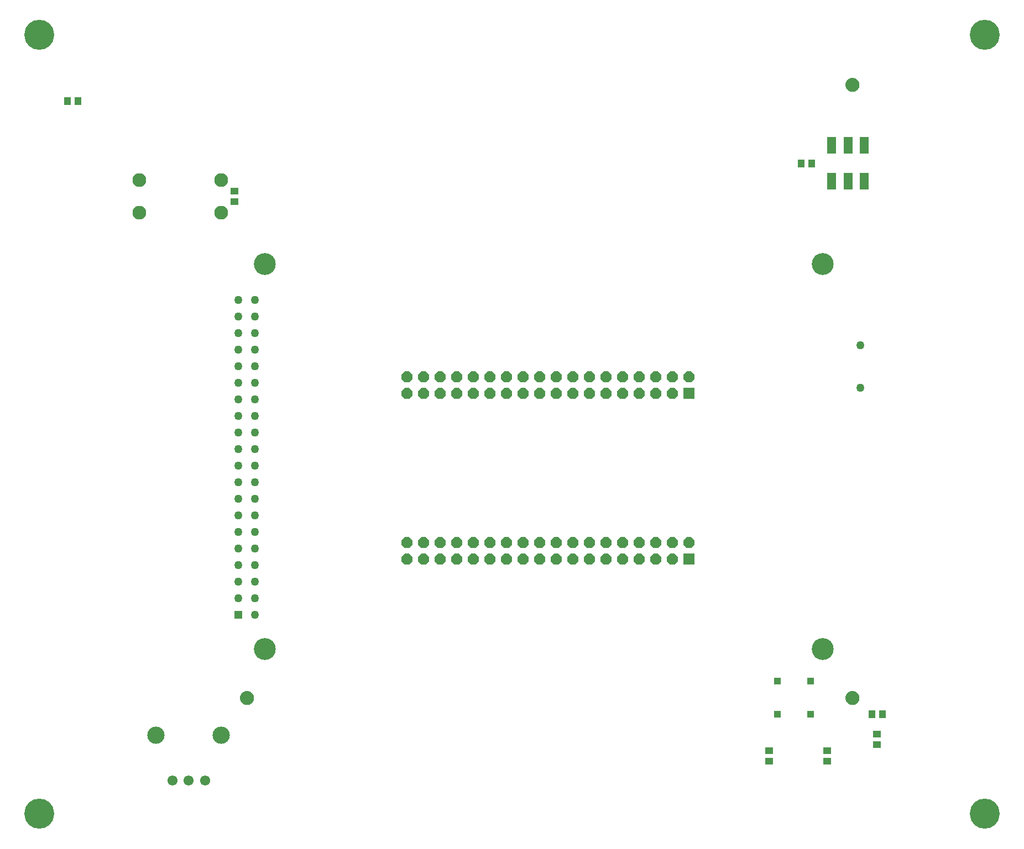
<source format=gbr>
G04 EAGLE Gerber RS-274X export*
G75*
%MOMM*%
%FSLAX34Y34*%
%LPD*%
%INSoldermask Top*%
%IPPOS*%
%AMOC8*
5,1,8,0,0,1.08239X$1,22.5*%
G01*
%ADD10C,1.272400*%
%ADD11C,1.552400*%
%ADD12C,2.652400*%
%ADD13C,2.112400*%
%ADD14C,4.597400*%
%ADD15C,0.609600*%
%ADD16C,1.168400*%
%ADD17R,1.102359X1.183641*%
%ADD18R,1.352400X2.652400*%
%ADD19R,1.676400X1.676400*%
%ADD20P,1.814519X8X202.500000*%
%ADD21R,1.272400X1.272400*%
%ADD22C,3.352400*%
%ADD23R,1.183641X1.102359*%
%ADD24R,1.057200X1.057200*%


D10*
X1295400Y756400D03*
X1295400Y691400D03*
D11*
X241700Y88900D03*
X266700Y88900D03*
X291700Y88900D03*
D12*
X216700Y158900D03*
X316700Y158900D03*
D13*
X316500Y1009250D03*
X316500Y959250D03*
X191500Y959250D03*
X191500Y1009250D03*
D14*
X38100Y1231900D03*
X1485900Y1231900D03*
X1485900Y38100D03*
X38100Y38100D03*
D15*
X1275080Y1155700D02*
X1275082Y1155887D01*
X1275089Y1156074D01*
X1275101Y1156261D01*
X1275117Y1156447D01*
X1275137Y1156633D01*
X1275162Y1156818D01*
X1275192Y1157003D01*
X1275226Y1157187D01*
X1275265Y1157370D01*
X1275308Y1157552D01*
X1275356Y1157732D01*
X1275408Y1157912D01*
X1275465Y1158090D01*
X1275525Y1158267D01*
X1275591Y1158442D01*
X1275660Y1158616D01*
X1275734Y1158788D01*
X1275812Y1158958D01*
X1275894Y1159126D01*
X1275980Y1159292D01*
X1276070Y1159456D01*
X1276164Y1159617D01*
X1276262Y1159777D01*
X1276364Y1159933D01*
X1276470Y1160088D01*
X1276580Y1160239D01*
X1276693Y1160388D01*
X1276810Y1160534D01*
X1276930Y1160677D01*
X1277054Y1160817D01*
X1277181Y1160954D01*
X1277312Y1161088D01*
X1277446Y1161219D01*
X1277583Y1161346D01*
X1277723Y1161470D01*
X1277866Y1161590D01*
X1278012Y1161707D01*
X1278161Y1161820D01*
X1278312Y1161930D01*
X1278467Y1162036D01*
X1278623Y1162138D01*
X1278783Y1162236D01*
X1278944Y1162330D01*
X1279108Y1162420D01*
X1279274Y1162506D01*
X1279442Y1162588D01*
X1279612Y1162666D01*
X1279784Y1162740D01*
X1279958Y1162809D01*
X1280133Y1162875D01*
X1280310Y1162935D01*
X1280488Y1162992D01*
X1280668Y1163044D01*
X1280848Y1163092D01*
X1281030Y1163135D01*
X1281213Y1163174D01*
X1281397Y1163208D01*
X1281582Y1163238D01*
X1281767Y1163263D01*
X1281953Y1163283D01*
X1282139Y1163299D01*
X1282326Y1163311D01*
X1282513Y1163318D01*
X1282700Y1163320D01*
X1282887Y1163318D01*
X1283074Y1163311D01*
X1283261Y1163299D01*
X1283447Y1163283D01*
X1283633Y1163263D01*
X1283818Y1163238D01*
X1284003Y1163208D01*
X1284187Y1163174D01*
X1284370Y1163135D01*
X1284552Y1163092D01*
X1284732Y1163044D01*
X1284912Y1162992D01*
X1285090Y1162935D01*
X1285267Y1162875D01*
X1285442Y1162809D01*
X1285616Y1162740D01*
X1285788Y1162666D01*
X1285958Y1162588D01*
X1286126Y1162506D01*
X1286292Y1162420D01*
X1286456Y1162330D01*
X1286617Y1162236D01*
X1286777Y1162138D01*
X1286933Y1162036D01*
X1287088Y1161930D01*
X1287239Y1161820D01*
X1287388Y1161707D01*
X1287534Y1161590D01*
X1287677Y1161470D01*
X1287817Y1161346D01*
X1287954Y1161219D01*
X1288088Y1161088D01*
X1288219Y1160954D01*
X1288346Y1160817D01*
X1288470Y1160677D01*
X1288590Y1160534D01*
X1288707Y1160388D01*
X1288820Y1160239D01*
X1288930Y1160088D01*
X1289036Y1159933D01*
X1289138Y1159777D01*
X1289236Y1159617D01*
X1289330Y1159456D01*
X1289420Y1159292D01*
X1289506Y1159126D01*
X1289588Y1158958D01*
X1289666Y1158788D01*
X1289740Y1158616D01*
X1289809Y1158442D01*
X1289875Y1158267D01*
X1289935Y1158090D01*
X1289992Y1157912D01*
X1290044Y1157732D01*
X1290092Y1157552D01*
X1290135Y1157370D01*
X1290174Y1157187D01*
X1290208Y1157003D01*
X1290238Y1156818D01*
X1290263Y1156633D01*
X1290283Y1156447D01*
X1290299Y1156261D01*
X1290311Y1156074D01*
X1290318Y1155887D01*
X1290320Y1155700D01*
X1290318Y1155513D01*
X1290311Y1155326D01*
X1290299Y1155139D01*
X1290283Y1154953D01*
X1290263Y1154767D01*
X1290238Y1154582D01*
X1290208Y1154397D01*
X1290174Y1154213D01*
X1290135Y1154030D01*
X1290092Y1153848D01*
X1290044Y1153668D01*
X1289992Y1153488D01*
X1289935Y1153310D01*
X1289875Y1153133D01*
X1289809Y1152958D01*
X1289740Y1152784D01*
X1289666Y1152612D01*
X1289588Y1152442D01*
X1289506Y1152274D01*
X1289420Y1152108D01*
X1289330Y1151944D01*
X1289236Y1151783D01*
X1289138Y1151623D01*
X1289036Y1151467D01*
X1288930Y1151312D01*
X1288820Y1151161D01*
X1288707Y1151012D01*
X1288590Y1150866D01*
X1288470Y1150723D01*
X1288346Y1150583D01*
X1288219Y1150446D01*
X1288088Y1150312D01*
X1287954Y1150181D01*
X1287817Y1150054D01*
X1287677Y1149930D01*
X1287534Y1149810D01*
X1287388Y1149693D01*
X1287239Y1149580D01*
X1287088Y1149470D01*
X1286933Y1149364D01*
X1286777Y1149262D01*
X1286617Y1149164D01*
X1286456Y1149070D01*
X1286292Y1148980D01*
X1286126Y1148894D01*
X1285958Y1148812D01*
X1285788Y1148734D01*
X1285616Y1148660D01*
X1285442Y1148591D01*
X1285267Y1148525D01*
X1285090Y1148465D01*
X1284912Y1148408D01*
X1284732Y1148356D01*
X1284552Y1148308D01*
X1284370Y1148265D01*
X1284187Y1148226D01*
X1284003Y1148192D01*
X1283818Y1148162D01*
X1283633Y1148137D01*
X1283447Y1148117D01*
X1283261Y1148101D01*
X1283074Y1148089D01*
X1282887Y1148082D01*
X1282700Y1148080D01*
X1282513Y1148082D01*
X1282326Y1148089D01*
X1282139Y1148101D01*
X1281953Y1148117D01*
X1281767Y1148137D01*
X1281582Y1148162D01*
X1281397Y1148192D01*
X1281213Y1148226D01*
X1281030Y1148265D01*
X1280848Y1148308D01*
X1280668Y1148356D01*
X1280488Y1148408D01*
X1280310Y1148465D01*
X1280133Y1148525D01*
X1279958Y1148591D01*
X1279784Y1148660D01*
X1279612Y1148734D01*
X1279442Y1148812D01*
X1279274Y1148894D01*
X1279108Y1148980D01*
X1278944Y1149070D01*
X1278783Y1149164D01*
X1278623Y1149262D01*
X1278467Y1149364D01*
X1278312Y1149470D01*
X1278161Y1149580D01*
X1278012Y1149693D01*
X1277866Y1149810D01*
X1277723Y1149930D01*
X1277583Y1150054D01*
X1277446Y1150181D01*
X1277312Y1150312D01*
X1277181Y1150446D01*
X1277054Y1150583D01*
X1276930Y1150723D01*
X1276810Y1150866D01*
X1276693Y1151012D01*
X1276580Y1151161D01*
X1276470Y1151312D01*
X1276364Y1151467D01*
X1276262Y1151623D01*
X1276164Y1151783D01*
X1276070Y1151944D01*
X1275980Y1152108D01*
X1275894Y1152274D01*
X1275812Y1152442D01*
X1275734Y1152612D01*
X1275660Y1152784D01*
X1275591Y1152958D01*
X1275525Y1153133D01*
X1275465Y1153310D01*
X1275408Y1153488D01*
X1275356Y1153668D01*
X1275308Y1153848D01*
X1275265Y1154030D01*
X1275226Y1154213D01*
X1275192Y1154397D01*
X1275162Y1154582D01*
X1275137Y1154767D01*
X1275117Y1154953D01*
X1275101Y1155139D01*
X1275089Y1155326D01*
X1275082Y1155513D01*
X1275080Y1155700D01*
D16*
X1282700Y1155700D03*
D15*
X1275080Y215900D02*
X1275082Y216087D01*
X1275089Y216274D01*
X1275101Y216461D01*
X1275117Y216647D01*
X1275137Y216833D01*
X1275162Y217018D01*
X1275192Y217203D01*
X1275226Y217387D01*
X1275265Y217570D01*
X1275308Y217752D01*
X1275356Y217932D01*
X1275408Y218112D01*
X1275465Y218290D01*
X1275525Y218467D01*
X1275591Y218642D01*
X1275660Y218816D01*
X1275734Y218988D01*
X1275812Y219158D01*
X1275894Y219326D01*
X1275980Y219492D01*
X1276070Y219656D01*
X1276164Y219817D01*
X1276262Y219977D01*
X1276364Y220133D01*
X1276470Y220288D01*
X1276580Y220439D01*
X1276693Y220588D01*
X1276810Y220734D01*
X1276930Y220877D01*
X1277054Y221017D01*
X1277181Y221154D01*
X1277312Y221288D01*
X1277446Y221419D01*
X1277583Y221546D01*
X1277723Y221670D01*
X1277866Y221790D01*
X1278012Y221907D01*
X1278161Y222020D01*
X1278312Y222130D01*
X1278467Y222236D01*
X1278623Y222338D01*
X1278783Y222436D01*
X1278944Y222530D01*
X1279108Y222620D01*
X1279274Y222706D01*
X1279442Y222788D01*
X1279612Y222866D01*
X1279784Y222940D01*
X1279958Y223009D01*
X1280133Y223075D01*
X1280310Y223135D01*
X1280488Y223192D01*
X1280668Y223244D01*
X1280848Y223292D01*
X1281030Y223335D01*
X1281213Y223374D01*
X1281397Y223408D01*
X1281582Y223438D01*
X1281767Y223463D01*
X1281953Y223483D01*
X1282139Y223499D01*
X1282326Y223511D01*
X1282513Y223518D01*
X1282700Y223520D01*
X1282887Y223518D01*
X1283074Y223511D01*
X1283261Y223499D01*
X1283447Y223483D01*
X1283633Y223463D01*
X1283818Y223438D01*
X1284003Y223408D01*
X1284187Y223374D01*
X1284370Y223335D01*
X1284552Y223292D01*
X1284732Y223244D01*
X1284912Y223192D01*
X1285090Y223135D01*
X1285267Y223075D01*
X1285442Y223009D01*
X1285616Y222940D01*
X1285788Y222866D01*
X1285958Y222788D01*
X1286126Y222706D01*
X1286292Y222620D01*
X1286456Y222530D01*
X1286617Y222436D01*
X1286777Y222338D01*
X1286933Y222236D01*
X1287088Y222130D01*
X1287239Y222020D01*
X1287388Y221907D01*
X1287534Y221790D01*
X1287677Y221670D01*
X1287817Y221546D01*
X1287954Y221419D01*
X1288088Y221288D01*
X1288219Y221154D01*
X1288346Y221017D01*
X1288470Y220877D01*
X1288590Y220734D01*
X1288707Y220588D01*
X1288820Y220439D01*
X1288930Y220288D01*
X1289036Y220133D01*
X1289138Y219977D01*
X1289236Y219817D01*
X1289330Y219656D01*
X1289420Y219492D01*
X1289506Y219326D01*
X1289588Y219158D01*
X1289666Y218988D01*
X1289740Y218816D01*
X1289809Y218642D01*
X1289875Y218467D01*
X1289935Y218290D01*
X1289992Y218112D01*
X1290044Y217932D01*
X1290092Y217752D01*
X1290135Y217570D01*
X1290174Y217387D01*
X1290208Y217203D01*
X1290238Y217018D01*
X1290263Y216833D01*
X1290283Y216647D01*
X1290299Y216461D01*
X1290311Y216274D01*
X1290318Y216087D01*
X1290320Y215900D01*
X1290318Y215713D01*
X1290311Y215526D01*
X1290299Y215339D01*
X1290283Y215153D01*
X1290263Y214967D01*
X1290238Y214782D01*
X1290208Y214597D01*
X1290174Y214413D01*
X1290135Y214230D01*
X1290092Y214048D01*
X1290044Y213868D01*
X1289992Y213688D01*
X1289935Y213510D01*
X1289875Y213333D01*
X1289809Y213158D01*
X1289740Y212984D01*
X1289666Y212812D01*
X1289588Y212642D01*
X1289506Y212474D01*
X1289420Y212308D01*
X1289330Y212144D01*
X1289236Y211983D01*
X1289138Y211823D01*
X1289036Y211667D01*
X1288930Y211512D01*
X1288820Y211361D01*
X1288707Y211212D01*
X1288590Y211066D01*
X1288470Y210923D01*
X1288346Y210783D01*
X1288219Y210646D01*
X1288088Y210512D01*
X1287954Y210381D01*
X1287817Y210254D01*
X1287677Y210130D01*
X1287534Y210010D01*
X1287388Y209893D01*
X1287239Y209780D01*
X1287088Y209670D01*
X1286933Y209564D01*
X1286777Y209462D01*
X1286617Y209364D01*
X1286456Y209270D01*
X1286292Y209180D01*
X1286126Y209094D01*
X1285958Y209012D01*
X1285788Y208934D01*
X1285616Y208860D01*
X1285442Y208791D01*
X1285267Y208725D01*
X1285090Y208665D01*
X1284912Y208608D01*
X1284732Y208556D01*
X1284552Y208508D01*
X1284370Y208465D01*
X1284187Y208426D01*
X1284003Y208392D01*
X1283818Y208362D01*
X1283633Y208337D01*
X1283447Y208317D01*
X1283261Y208301D01*
X1283074Y208289D01*
X1282887Y208282D01*
X1282700Y208280D01*
X1282513Y208282D01*
X1282326Y208289D01*
X1282139Y208301D01*
X1281953Y208317D01*
X1281767Y208337D01*
X1281582Y208362D01*
X1281397Y208392D01*
X1281213Y208426D01*
X1281030Y208465D01*
X1280848Y208508D01*
X1280668Y208556D01*
X1280488Y208608D01*
X1280310Y208665D01*
X1280133Y208725D01*
X1279958Y208791D01*
X1279784Y208860D01*
X1279612Y208934D01*
X1279442Y209012D01*
X1279274Y209094D01*
X1279108Y209180D01*
X1278944Y209270D01*
X1278783Y209364D01*
X1278623Y209462D01*
X1278467Y209564D01*
X1278312Y209670D01*
X1278161Y209780D01*
X1278012Y209893D01*
X1277866Y210010D01*
X1277723Y210130D01*
X1277583Y210254D01*
X1277446Y210381D01*
X1277312Y210512D01*
X1277181Y210646D01*
X1277054Y210783D01*
X1276930Y210923D01*
X1276810Y211066D01*
X1276693Y211212D01*
X1276580Y211361D01*
X1276470Y211512D01*
X1276364Y211667D01*
X1276262Y211823D01*
X1276164Y211983D01*
X1276070Y212144D01*
X1275980Y212308D01*
X1275894Y212474D01*
X1275812Y212642D01*
X1275734Y212812D01*
X1275660Y212984D01*
X1275591Y213158D01*
X1275525Y213333D01*
X1275465Y213510D01*
X1275408Y213688D01*
X1275356Y213868D01*
X1275308Y214048D01*
X1275265Y214230D01*
X1275226Y214413D01*
X1275192Y214597D01*
X1275162Y214782D01*
X1275137Y214967D01*
X1275117Y215153D01*
X1275101Y215339D01*
X1275089Y215526D01*
X1275082Y215713D01*
X1275080Y215900D01*
D16*
X1282700Y215900D03*
D15*
X347980Y215900D02*
X347982Y216087D01*
X347989Y216274D01*
X348001Y216461D01*
X348017Y216647D01*
X348037Y216833D01*
X348062Y217018D01*
X348092Y217203D01*
X348126Y217387D01*
X348165Y217570D01*
X348208Y217752D01*
X348256Y217932D01*
X348308Y218112D01*
X348365Y218290D01*
X348425Y218467D01*
X348491Y218642D01*
X348560Y218816D01*
X348634Y218988D01*
X348712Y219158D01*
X348794Y219326D01*
X348880Y219492D01*
X348970Y219656D01*
X349064Y219817D01*
X349162Y219977D01*
X349264Y220133D01*
X349370Y220288D01*
X349480Y220439D01*
X349593Y220588D01*
X349710Y220734D01*
X349830Y220877D01*
X349954Y221017D01*
X350081Y221154D01*
X350212Y221288D01*
X350346Y221419D01*
X350483Y221546D01*
X350623Y221670D01*
X350766Y221790D01*
X350912Y221907D01*
X351061Y222020D01*
X351212Y222130D01*
X351367Y222236D01*
X351523Y222338D01*
X351683Y222436D01*
X351844Y222530D01*
X352008Y222620D01*
X352174Y222706D01*
X352342Y222788D01*
X352512Y222866D01*
X352684Y222940D01*
X352858Y223009D01*
X353033Y223075D01*
X353210Y223135D01*
X353388Y223192D01*
X353568Y223244D01*
X353748Y223292D01*
X353930Y223335D01*
X354113Y223374D01*
X354297Y223408D01*
X354482Y223438D01*
X354667Y223463D01*
X354853Y223483D01*
X355039Y223499D01*
X355226Y223511D01*
X355413Y223518D01*
X355600Y223520D01*
X355787Y223518D01*
X355974Y223511D01*
X356161Y223499D01*
X356347Y223483D01*
X356533Y223463D01*
X356718Y223438D01*
X356903Y223408D01*
X357087Y223374D01*
X357270Y223335D01*
X357452Y223292D01*
X357632Y223244D01*
X357812Y223192D01*
X357990Y223135D01*
X358167Y223075D01*
X358342Y223009D01*
X358516Y222940D01*
X358688Y222866D01*
X358858Y222788D01*
X359026Y222706D01*
X359192Y222620D01*
X359356Y222530D01*
X359517Y222436D01*
X359677Y222338D01*
X359833Y222236D01*
X359988Y222130D01*
X360139Y222020D01*
X360288Y221907D01*
X360434Y221790D01*
X360577Y221670D01*
X360717Y221546D01*
X360854Y221419D01*
X360988Y221288D01*
X361119Y221154D01*
X361246Y221017D01*
X361370Y220877D01*
X361490Y220734D01*
X361607Y220588D01*
X361720Y220439D01*
X361830Y220288D01*
X361936Y220133D01*
X362038Y219977D01*
X362136Y219817D01*
X362230Y219656D01*
X362320Y219492D01*
X362406Y219326D01*
X362488Y219158D01*
X362566Y218988D01*
X362640Y218816D01*
X362709Y218642D01*
X362775Y218467D01*
X362835Y218290D01*
X362892Y218112D01*
X362944Y217932D01*
X362992Y217752D01*
X363035Y217570D01*
X363074Y217387D01*
X363108Y217203D01*
X363138Y217018D01*
X363163Y216833D01*
X363183Y216647D01*
X363199Y216461D01*
X363211Y216274D01*
X363218Y216087D01*
X363220Y215900D01*
X363218Y215713D01*
X363211Y215526D01*
X363199Y215339D01*
X363183Y215153D01*
X363163Y214967D01*
X363138Y214782D01*
X363108Y214597D01*
X363074Y214413D01*
X363035Y214230D01*
X362992Y214048D01*
X362944Y213868D01*
X362892Y213688D01*
X362835Y213510D01*
X362775Y213333D01*
X362709Y213158D01*
X362640Y212984D01*
X362566Y212812D01*
X362488Y212642D01*
X362406Y212474D01*
X362320Y212308D01*
X362230Y212144D01*
X362136Y211983D01*
X362038Y211823D01*
X361936Y211667D01*
X361830Y211512D01*
X361720Y211361D01*
X361607Y211212D01*
X361490Y211066D01*
X361370Y210923D01*
X361246Y210783D01*
X361119Y210646D01*
X360988Y210512D01*
X360854Y210381D01*
X360717Y210254D01*
X360577Y210130D01*
X360434Y210010D01*
X360288Y209893D01*
X360139Y209780D01*
X359988Y209670D01*
X359833Y209564D01*
X359677Y209462D01*
X359517Y209364D01*
X359356Y209270D01*
X359192Y209180D01*
X359026Y209094D01*
X358858Y209012D01*
X358688Y208934D01*
X358516Y208860D01*
X358342Y208791D01*
X358167Y208725D01*
X357990Y208665D01*
X357812Y208608D01*
X357632Y208556D01*
X357452Y208508D01*
X357270Y208465D01*
X357087Y208426D01*
X356903Y208392D01*
X356718Y208362D01*
X356533Y208337D01*
X356347Y208317D01*
X356161Y208301D01*
X355974Y208289D01*
X355787Y208282D01*
X355600Y208280D01*
X355413Y208282D01*
X355226Y208289D01*
X355039Y208301D01*
X354853Y208317D01*
X354667Y208337D01*
X354482Y208362D01*
X354297Y208392D01*
X354113Y208426D01*
X353930Y208465D01*
X353748Y208508D01*
X353568Y208556D01*
X353388Y208608D01*
X353210Y208665D01*
X353033Y208725D01*
X352858Y208791D01*
X352684Y208860D01*
X352512Y208934D01*
X352342Y209012D01*
X352174Y209094D01*
X352008Y209180D01*
X351844Y209270D01*
X351683Y209364D01*
X351523Y209462D01*
X351367Y209564D01*
X351212Y209670D01*
X351061Y209780D01*
X350912Y209893D01*
X350766Y210010D01*
X350623Y210130D01*
X350483Y210254D01*
X350346Y210381D01*
X350212Y210512D01*
X350081Y210646D01*
X349954Y210783D01*
X349830Y210923D01*
X349710Y211066D01*
X349593Y211212D01*
X349480Y211361D01*
X349370Y211512D01*
X349264Y211667D01*
X349162Y211823D01*
X349064Y211983D01*
X348970Y212144D01*
X348880Y212308D01*
X348794Y212474D01*
X348712Y212642D01*
X348634Y212812D01*
X348560Y212984D01*
X348491Y213158D01*
X348425Y213333D01*
X348365Y213510D01*
X348308Y213688D01*
X348256Y213868D01*
X348208Y214048D01*
X348165Y214230D01*
X348126Y214413D01*
X348092Y214597D01*
X348062Y214782D01*
X348037Y214967D01*
X348017Y215153D01*
X348001Y215339D01*
X347989Y215526D01*
X347982Y215713D01*
X347980Y215900D01*
D16*
X355600Y215900D03*
D17*
X80899Y1130300D03*
X96901Y1130300D03*
D18*
X1251350Y1007550D03*
X1276350Y1007550D03*
X1301350Y1007550D03*
X1251350Y1062550D03*
X1276350Y1062550D03*
X1301350Y1062550D03*
D19*
X1033100Y429000D03*
D20*
X1033100Y454400D03*
X1007700Y429000D03*
X1007700Y454400D03*
X982300Y429000D03*
X982300Y454400D03*
X956900Y429000D03*
X956900Y454400D03*
X931500Y429000D03*
X931500Y454400D03*
X906100Y429000D03*
X906100Y454400D03*
X880700Y429000D03*
X880700Y454400D03*
X855300Y429000D03*
X855300Y454400D03*
X829900Y429000D03*
X829900Y454400D03*
X804500Y429000D03*
X804500Y454400D03*
X779100Y429000D03*
X779100Y454400D03*
X753700Y429000D03*
X753700Y454400D03*
X728300Y429000D03*
X728300Y454400D03*
X702900Y429000D03*
X702900Y454400D03*
X677500Y429000D03*
X677500Y454400D03*
X652100Y429000D03*
X652100Y454400D03*
X626700Y429000D03*
X626700Y454400D03*
X601300Y429000D03*
X601300Y454400D03*
D19*
X1033100Y683000D03*
D20*
X1033100Y708400D03*
X1007700Y683000D03*
X1007700Y708400D03*
X982300Y683000D03*
X982300Y708400D03*
X956900Y683000D03*
X956900Y708400D03*
X931500Y683000D03*
X931500Y708400D03*
X906100Y683000D03*
X906100Y708400D03*
X880700Y683000D03*
X880700Y708400D03*
X855300Y683000D03*
X855300Y708400D03*
X829900Y683000D03*
X829900Y708400D03*
X804500Y683000D03*
X804500Y708400D03*
X779100Y683000D03*
X779100Y708400D03*
X753700Y683000D03*
X753700Y708400D03*
X728300Y683000D03*
X728300Y708400D03*
X702900Y683000D03*
X702900Y708400D03*
X677500Y683000D03*
X677500Y708400D03*
X652100Y683000D03*
X652100Y708400D03*
X626700Y683000D03*
X626700Y708400D03*
X601300Y683000D03*
X601300Y708400D03*
D10*
X342900Y825500D03*
X342900Y800100D03*
X342900Y774700D03*
X342900Y749300D03*
X342900Y723900D03*
X342900Y698500D03*
X342900Y673100D03*
X342900Y647700D03*
X342900Y622300D03*
X342900Y596900D03*
X342900Y571500D03*
X342900Y546100D03*
X342900Y520700D03*
X342900Y495300D03*
X342900Y469900D03*
X342900Y444500D03*
X342900Y419100D03*
X342900Y393700D03*
X342900Y368300D03*
D21*
X342900Y342900D03*
D10*
X368300Y342900D03*
X368300Y368300D03*
X368300Y393700D03*
X368300Y419100D03*
X368300Y444500D03*
X368300Y469900D03*
X368300Y495300D03*
X368300Y520700D03*
X368300Y546100D03*
X368300Y571500D03*
X368300Y596900D03*
X368300Y622300D03*
X368300Y647700D03*
X368300Y673100D03*
X368300Y698500D03*
X368300Y723900D03*
X368300Y749300D03*
X368300Y774700D03*
X368300Y800100D03*
X368300Y825500D03*
D22*
X382900Y880500D03*
X382900Y290500D03*
X1237900Y880500D03*
X1237900Y290500D03*
D23*
X336550Y992251D03*
X336550Y976249D03*
D17*
X1204849Y1035050D03*
X1220851Y1035050D03*
D23*
X1320800Y144399D03*
X1320800Y160401D03*
X1244600Y135001D03*
X1244600Y118999D03*
X1155700Y135001D03*
X1155700Y118999D03*
D17*
X1312799Y190500D03*
X1328801Y190500D03*
D24*
X1168400Y241300D03*
X1219200Y241300D03*
X1168400Y190500D03*
X1219200Y190500D03*
M02*

</source>
